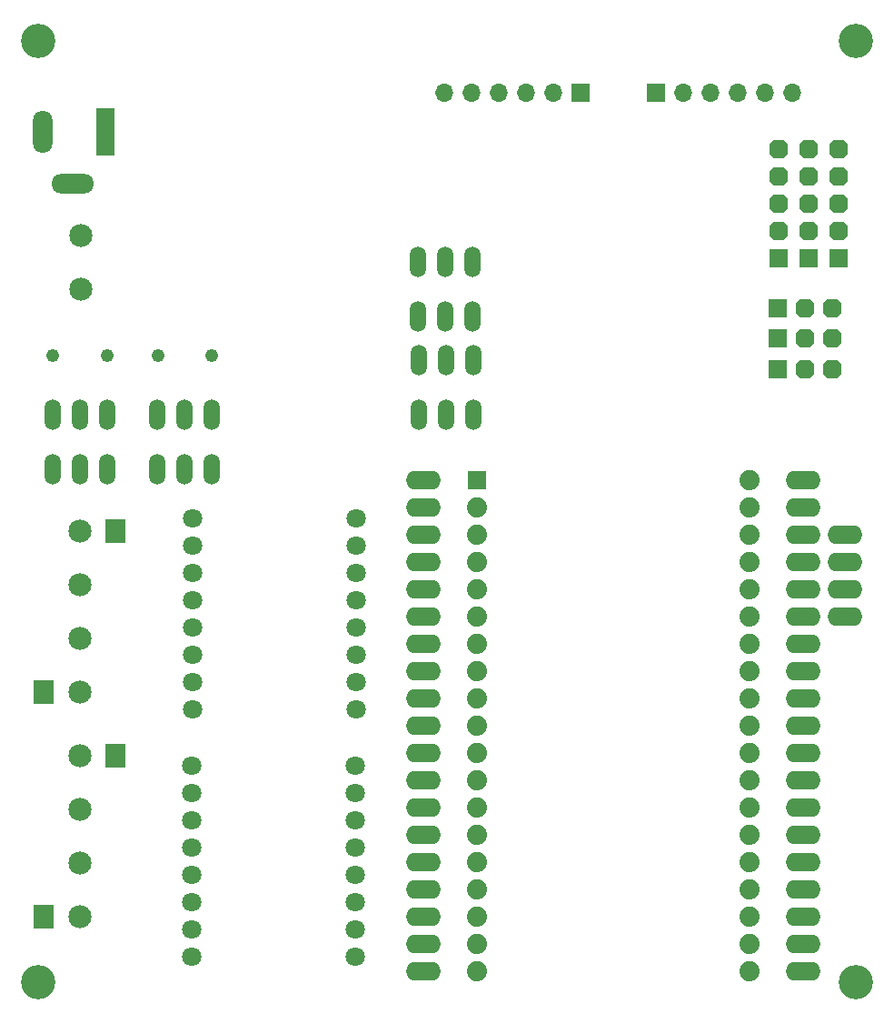
<source format=gbr>
%TF.GenerationSoftware,KiCad,Pcbnew,6.0.1-79c1e3a40b~116~ubuntu20.04.1*%
%TF.CreationDate,2022-02-01T00:48:23+05:30*%
%TF.ProjectId,sra_dev_board_2022,7372615f-6465-4765-9f62-6f6172645f32,rev?*%
%TF.SameCoordinates,Original*%
%TF.FileFunction,Soldermask,Bot*%
%TF.FilePolarity,Negative*%
%FSLAX46Y46*%
G04 Gerber Fmt 4.6, Leading zero omitted, Abs format (unit mm)*
G04 Created by KiCad (PCBNEW 6.0.1-79c1e3a40b~116~ubuntu20.04.1) date 2022-02-01 00:48:23*
%MOMM*%
%LPD*%
G01*
G04 APERTURE LIST*
G04 Aperture macros list*
%AMRoundRect*
0 Rectangle with rounded corners*
0 $1 Rounding radius*
0 $2 $3 $4 $5 $6 $7 $8 $9 X,Y pos of 4 corners*
0 Add a 4 corners polygon primitive as box body*
4,1,4,$2,$3,$4,$5,$6,$7,$8,$9,$2,$3,0*
0 Add four circle primitives for the rounded corners*
1,1,$1+$1,$2,$3*
1,1,$1+$1,$4,$5*
1,1,$1+$1,$6,$7*
1,1,$1+$1,$8,$9*
0 Add four rect primitives between the rounded corners*
20,1,$1+$1,$2,$3,$4,$5,0*
20,1,$1+$1,$4,$5,$6,$7,0*
20,1,$1+$1,$6,$7,$8,$9,0*
20,1,$1+$1,$8,$9,$2,$3,0*%
%AMFreePoly0*
4,1,25,0.440719,0.844196,0.452842,0.833842,0.833842,0.452842,0.862349,0.396894,0.863600,0.381000,0.863600,-0.381000,0.844196,-0.440719,0.833842,-0.452842,0.452842,-0.833842,0.396894,-0.862349,0.381000,-0.863600,-0.381000,-0.863600,-0.440719,-0.844196,-0.452842,-0.833842,-0.833842,-0.452842,-0.862349,-0.396894,-0.863600,-0.381000,-0.863600,0.381000,-0.844196,0.440719,-0.833842,0.452842,
-0.452842,0.833842,-0.396894,0.862349,-0.381000,0.863600,0.381000,0.863600,0.440719,0.844196,0.440719,0.844196,$1*%
G04 Aperture macros list end*
%ADD10C,2.153200*%
%ADD11O,3.251200X1.727200*%
%ADD12RoundRect,0.101600X0.762000X0.762000X-0.762000X0.762000X-0.762000X-0.762000X0.762000X-0.762000X0*%
%ADD13FreePoly0,180.000000*%
%ADD14RoundRect,0.101600X-0.850000X-1.000000X0.850000X-1.000000X0.850000X1.000000X-0.850000X1.000000X0*%
%ADD15C,3.200000*%
%ADD16R,1.700000X1.700000*%
%ADD17O,1.700000X1.700000*%
%ADD18C,1.800000*%
%ADD19O,1.524000X2.844800*%
%ADD20C,1.219000*%
%ADD21RoundRect,0.101600X0.762000X-0.762000X0.762000X0.762000X-0.762000X0.762000X-0.762000X-0.762000X0*%
%ADD22FreePoly0,90.000000*%
%ADD23R,1.800000X4.400000*%
%ADD24O,1.800000X4.000000*%
%ADD25O,4.000000X1.800000*%
%ADD26RoundRect,0.101600X-0.780000X-0.780000X0.780000X-0.780000X0.780000X0.780000X-0.780000X0.780000X0*%
%ADD27C,1.879600*%
G04 APERTURE END LIST*
D10*
%TO.C,T3*%
X76270000Y-55053723D03*
X76270000Y-50053723D03*
%TD*%
D11*
%TO.C,J5*%
X143569418Y-118588838D03*
X143569418Y-116048838D03*
X143569418Y-113508838D03*
X143569418Y-110968838D03*
X143569418Y-108428838D03*
X143569418Y-105888838D03*
X143569418Y-103348838D03*
X143569418Y-100808838D03*
X143569418Y-98268838D03*
X143569418Y-95728838D03*
X143569418Y-93188838D03*
X143569418Y-90648838D03*
X143569418Y-88108838D03*
X143569418Y-85568838D03*
X143569418Y-83028838D03*
X143569418Y-80488838D03*
X143569418Y-77948838D03*
X143569418Y-75408838D03*
X143569418Y-72868838D03*
%TD*%
D12*
%TO.C,J11*%
X141332544Y-52158000D03*
D13*
X141332544Y-49618000D03*
X141332544Y-47078000D03*
X141332544Y-44538000D03*
X141332544Y-41998000D03*
%TD*%
D14*
%TO.C,TP2*%
X79560000Y-77579497D03*
%TD*%
D15*
%TO.C,H2*%
X72350000Y-119600000D03*
%TD*%
D10*
%TO.C,T2*%
X76210000Y-98463750D03*
X76210000Y-103463750D03*
X76210000Y-108463750D03*
X76210000Y-113463750D03*
%TD*%
D16*
%TO.C,J8*%
X129920000Y-36790000D03*
D17*
X132460000Y-36790000D03*
X135000000Y-36790000D03*
X137540000Y-36790000D03*
X140080000Y-36790000D03*
X142620000Y-36790000D03*
%TD*%
D14*
%TO.C,TP1*%
X72860000Y-92579497D03*
%TD*%
D18*
%TO.C,U3*%
X86720000Y-76427582D03*
X86720000Y-78967582D03*
X86720000Y-81507582D03*
X86720000Y-84047582D03*
X86720000Y-86587582D03*
X86720000Y-89127582D03*
X86720000Y-91667582D03*
X86720000Y-94207582D03*
X101960000Y-94207582D03*
X101960000Y-91667582D03*
X101960000Y-89127582D03*
X101960000Y-86587582D03*
X101960000Y-84047582D03*
X101960000Y-81507582D03*
X101960000Y-78967582D03*
X101960000Y-76427582D03*
%TD*%
D12*
%TO.C,J13*%
X146922544Y-52166000D03*
D13*
X146922544Y-49626000D03*
X146922544Y-47086000D03*
X146922544Y-44546000D03*
X146922544Y-42006000D03*
%TD*%
D19*
%TO.C,TB_B1*%
X107780000Y-61657386D03*
X110320000Y-61657386D03*
X112860000Y-61657386D03*
X107780000Y-66737386D03*
X110320000Y-66737386D03*
X112860000Y-66737386D03*
%TD*%
D14*
%TO.C,TP4*%
X79560000Y-98479497D03*
%TD*%
D20*
%TO.C,F2*%
X83485000Y-61280000D03*
X88535000Y-61280000D03*
%TD*%
D21*
%TO.C,J3*%
X141260000Y-62474000D03*
D22*
X143800000Y-62474000D03*
X146340000Y-62474000D03*
%TD*%
D18*
%TO.C,U4*%
X86650000Y-99415527D03*
X86650000Y-101955527D03*
X86650000Y-104495527D03*
X86650000Y-107035527D03*
X86650000Y-109575527D03*
X86650000Y-112115527D03*
X86650000Y-114655527D03*
X86650000Y-117195527D03*
X101890000Y-117195527D03*
X101890000Y-114655527D03*
X101890000Y-112115527D03*
X101890000Y-109575527D03*
X101890000Y-107035527D03*
X101890000Y-104495527D03*
X101890000Y-101955527D03*
X101890000Y-99415527D03*
%TD*%
D19*
%TO.C,12V_SW1*%
X73680000Y-66762369D03*
X76220000Y-66762369D03*
X78760000Y-66762369D03*
X73680000Y-71842369D03*
X76220000Y-71842369D03*
X78760000Y-71842369D03*
%TD*%
%TO.C,5V_SW1*%
X83400000Y-66770000D03*
X85940000Y-66770000D03*
X88480000Y-66770000D03*
X83400000Y-71850000D03*
X85940000Y-71850000D03*
X88480000Y-71850000D03*
%TD*%
D20*
%TO.C,F1*%
X78715000Y-61280000D03*
X73665000Y-61280000D03*
%TD*%
D21*
%TO.C,J2*%
X141260000Y-56850000D03*
D22*
X143800000Y-56850000D03*
X146340000Y-56850000D03*
%TD*%
D15*
%TO.C,H1*%
X72350000Y-31950000D03*
%TD*%
D11*
%TO.C,J9*%
X147480000Y-85580000D03*
X147480000Y-83040000D03*
X147480000Y-80500000D03*
X147480000Y-77960000D03*
%TD*%
D16*
%TO.C,J7*%
X122890000Y-36780000D03*
D17*
X120350000Y-36780000D03*
X117810000Y-36780000D03*
X115270000Y-36780000D03*
X112730000Y-36780000D03*
X110190000Y-36780000D03*
%TD*%
D23*
%TO.C,J6*%
X78580000Y-40400000D03*
D24*
X72780000Y-40400000D03*
D25*
X75580000Y-45200000D03*
%TD*%
D10*
%TO.C,T1*%
X76210000Y-77579497D03*
X76210000Y-82579497D03*
X76210000Y-87579497D03*
X76210000Y-92579497D03*
%TD*%
D14*
%TO.C,TP3*%
X72860000Y-113479497D03*
%TD*%
D26*
%TO.C,U1*%
X113179418Y-72868838D03*
D27*
X113179418Y-75408838D03*
X113179418Y-77948838D03*
X113179418Y-80488838D03*
X113179418Y-83028838D03*
X113179418Y-85568838D03*
X113179418Y-88108838D03*
X113179418Y-90648838D03*
X113179418Y-93188838D03*
X113179418Y-95728838D03*
X113179418Y-98268838D03*
X113179418Y-100808838D03*
X113179418Y-103348838D03*
X113179418Y-105888838D03*
X113179418Y-108428838D03*
X113179418Y-110968838D03*
X113179418Y-113508838D03*
X113179418Y-116048838D03*
X113179418Y-118588838D03*
X138579418Y-72868838D03*
X138579418Y-75408838D03*
X138579418Y-77948838D03*
X138579418Y-80488838D03*
X138579418Y-83028838D03*
X138579418Y-85568838D03*
X138579418Y-88108838D03*
X138579418Y-90648838D03*
X138579418Y-93188838D03*
X138579418Y-95728838D03*
X138579418Y-98268838D03*
X138579418Y-100808838D03*
X138579418Y-103348838D03*
X138579418Y-105888838D03*
X138579418Y-108428838D03*
X138579418Y-110968838D03*
X138579418Y-113508838D03*
X138579418Y-116048838D03*
X138579418Y-118588838D03*
%TD*%
D19*
%TO.C,TB_A1*%
X107720000Y-52487102D03*
X110260000Y-52487102D03*
X112800000Y-52487102D03*
X107720000Y-57567102D03*
X110260000Y-57567102D03*
X112800000Y-57567102D03*
%TD*%
D15*
%TO.C,H3*%
X148500000Y-119600000D03*
%TD*%
D12*
%TO.C,J12*%
X144122544Y-52166000D03*
D13*
X144122544Y-49626000D03*
X144122544Y-47086000D03*
X144122544Y-44546000D03*
X144122544Y-42006000D03*
%TD*%
D15*
%TO.C,H4*%
X148500000Y-31950000D03*
%TD*%
D11*
%TO.C,J1*%
X108179418Y-72868838D03*
X108179418Y-75408838D03*
X108179418Y-77948838D03*
X108179418Y-80488838D03*
X108179418Y-83028838D03*
X108179418Y-85568838D03*
X108179418Y-88108838D03*
X108179418Y-90648838D03*
X108179418Y-93188838D03*
X108179418Y-95728838D03*
X108179418Y-98268838D03*
X108179418Y-100808838D03*
X108179418Y-103348838D03*
X108179418Y-105888838D03*
X108179418Y-108428838D03*
X108179418Y-110968838D03*
X108179418Y-113508838D03*
X108179418Y-116048838D03*
X108179418Y-118588838D03*
%TD*%
D21*
%TO.C,J4*%
X141250000Y-59660000D03*
D22*
X143790000Y-59660000D03*
X146330000Y-59660000D03*
%TD*%
M02*

</source>
